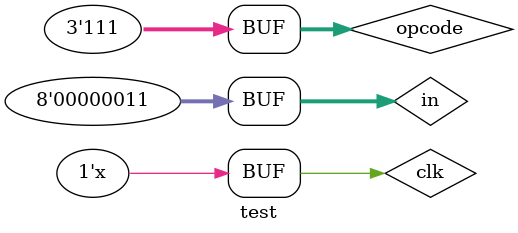
<source format=v>
module test ();
    reg clk;
    parameter mn = 8;
    wire overflow;
    reg [7:0] in;
    reg signed [2:0] opcode;
    wire [7:0] out;
    STACK_BASED_ALU #(.n(mn)) STACK_BASED_ALU_Test(clk, in, opcode, out, overflow);

    always begin
        #5 clk = ~clk;
    end
    
    initial begin
        clk = 0;
        opcode <= 3; in <= 5;
        #10 opcode <= 2; in <= 5;
        #10 opcode <= -2; in <= 3;
        #10 opcode <= -2; in <= 5;
        #10 opcode <= -4; in <= 3;
        #10 opcode <= -3; in <= 3;
        #10 opcode <= -1; in <= 3;
        #10 opcode <= -2; in <= 1;
        #10 opcode <= -2; in <= 2;
        #10 opcode <= -2; in <= 3;
        #10 opcode <= -2; in <= 4;
        #10 opcode <= -2; in <= 5;
        #10 opcode <= -4; in <= 3;
        #10 opcode <= -3; in <= 3;
        #10 opcode <= -1; in <= 3;
        #10 opcode <= -1; in <= 3;
        #10 opcode <= -1; in <= 3;
        #10 opcode <= -1; in <= 3;
        #10 opcode <= -1; in <= 3;
        #10 opcode <= -1; in <= 3;
        #10 opcode <= -1; in <= 3;
        #10 opcode <= -2; in <= 40;
        #10 opcode <= -2; in <= 30;
        #10 opcode <= -4; in <= 3;
        #10 opcode <= -3; in <= 3;
        #10 opcode <= -1; in <= 3;
    end

    initial begin
        $monitor("output: %d, overflow: %b", out, overflow);
    end
endmodule


</source>
